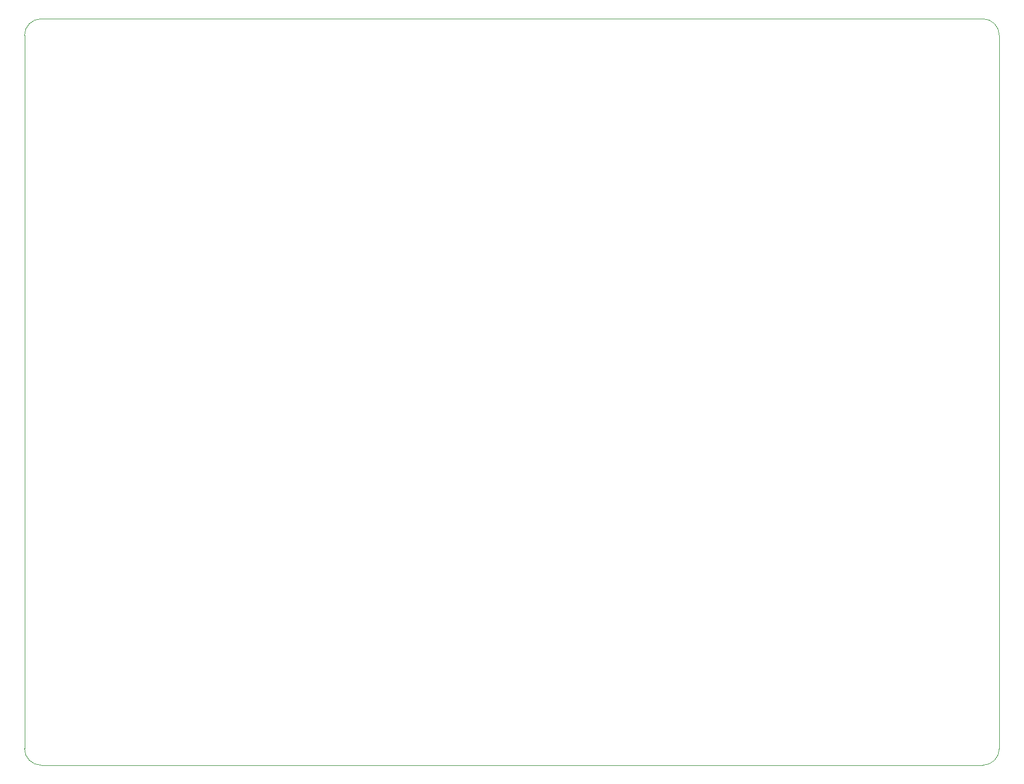
<source format=gbr>
%TF.GenerationSoftware,KiCad,Pcbnew,5.99.0+really5.1.10+dfsg1-1*%
%TF.CreationDate,2022-01-03T15:11:42+11:00*%
%TF.ProjectId,els,656c732e-6b69-4636-9164-5f7063625858,v0.1*%
%TF.SameCoordinates,PX3938700PY8a48640*%
%TF.FileFunction,Profile,NP*%
%FSLAX46Y46*%
G04 Gerber Fmt 4.6, Leading zero omitted, Abs format (unit mm)*
G04 Created by KiCad (PCBNEW 5.99.0+really5.1.10+dfsg1-1) date 2022-01-03 15:11:42*
%MOMM*%
%LPD*%
G01*
G04 APERTURE LIST*
%TA.AperFunction,Profile*%
%ADD10C,0.050000*%
%TD*%
G04 APERTURE END LIST*
D10*
X144978000Y-2447000D02*
G75*
G02*
X142438000Y-4987000I-2540000J0D01*
G01*
X142438000Y109948000D02*
G75*
G02*
X144978000Y107408000I0J-2540000D01*
G01*
X-5009000Y107408000D02*
G75*
G02*
X-2469000Y109948000I2540000J0D01*
G01*
X-2469000Y-4987000D02*
G75*
G02*
X-5009000Y-2447000I0J2540000D01*
G01*
X-5009000Y-2447000D02*
X-5009000Y107408000D01*
X142438000Y-4987000D02*
X-2469000Y-4987000D01*
X144978000Y107408000D02*
X144978000Y-2447000D01*
X-2469000Y109948000D02*
X142438000Y109948000D01*
M02*

</source>
